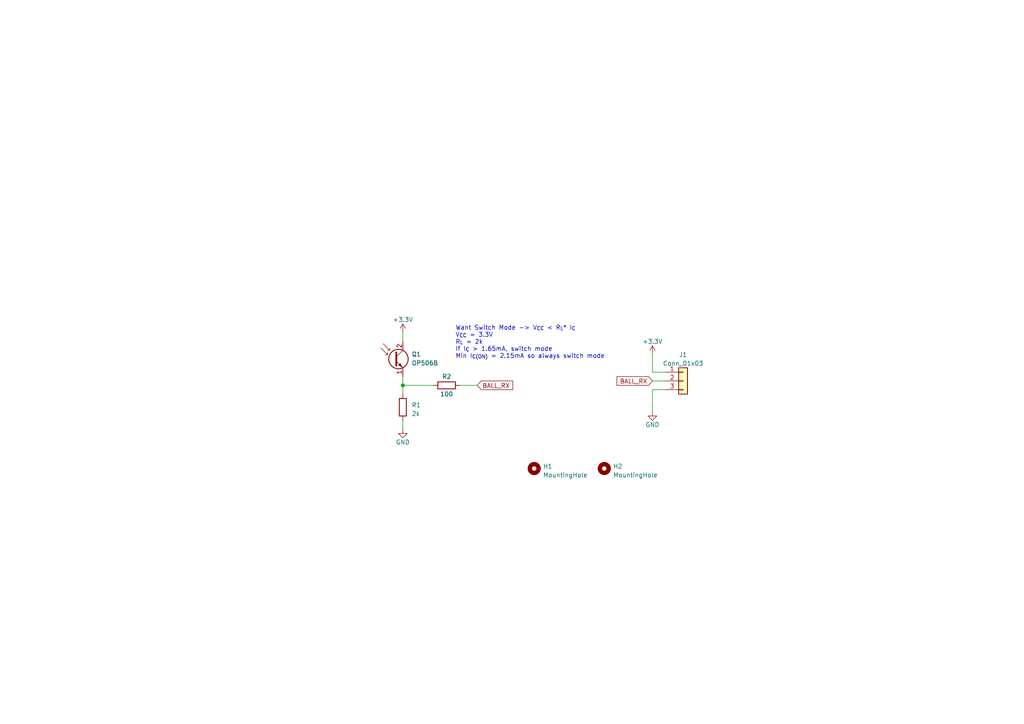
<source format=kicad_sch>
(kicad_sch (version 20230121) (generator eeschema)
  (paper "A4")
  (lib_symbols
    (symbol "Connector_Generic:Conn_01x03" (pin_names (offset 1.016) hide)
      (property "Reference" "J" (at 0 5.08 0))
      (property "Value" "Conn_01x03" (at 0 -5.08 0))
      (symbol "Conn_01x03_1_1"
        (rectangle (start -1.27 -2.413) (end 0 -2.667) (stroke (width 0.1524)))
        (rectangle (start -1.27 0.127) (end 0 -0.127) (stroke (width 0.1524)))
        (rectangle (start -1.27 2.667) (end 0 2.413) (stroke (width 0.1524)))
        (rectangle (start -1.27 3.81) (end 1.27 -3.81) (stroke (width 0.254)) (fill (type background)))
        (pin passive line (at -5.08 2.54 0) (length 3.81) (name "Pin_1") (number "1"))
        (pin passive line (at -5.08 0 0) (length 3.81) (name "Pin_2") (number "2"))
        (pin passive line (at -5.08 -2.54 0) (length 3.81) (name "Pin_3") (number "3"))
      )
    )
    (symbol "Device:Q_Photo_NPN_EC" (pin_names (offset 0) hide)
      (property "Reference" "Q" (at 5.08 1.27 0))
      (property "Value" "Q_Photo_NPN_EC" (at 5.08 -1.27 0))
      (symbol "Q_Photo_NPN_EC_0_1"
        (polyline (pts (xy -1.905 1.27) (xy -2.54 1.27)))
        (polyline (pts (xy -1.27 2.54) (xy -1.905 2.54)))
        (polyline (pts (xy 0.635 0.635) (xy 2.54 2.54)))
        (polyline (pts (xy -3.81 3.175) (xy -1.905 1.27) (xy -1.905 1.905)))
        (polyline (pts (xy -3.175 4.445) (xy -1.27 2.54) (xy -1.27 3.175)))
        (polyline (pts (xy 0.635 -0.635) (xy 2.54 -2.54) (xy 2.54 -2.54)))
        (polyline (pts (xy 0.635 1.905) (xy 0.635 -1.905) (xy 0.635 -1.905)) (stroke (width 0.508)))
        (polyline (pts (xy 1.27 -1.778) (xy 1.778 -1.27) (xy 2.286 -2.286) (xy 1.27 -1.778) (xy 1.27 -1.778)) (fill (type outline)))
        (circle (center 1.27 0) (radius 2.8194) (stroke (width 0.254)))
      )
      (symbol "Q_Photo_NPN_EC_1_1"
        (pin passive line (at 2.54 -5.08 90) (length 2.54) (name "E") (number "1"))
        (pin passive line (at 2.54 5.08 270) (length 2.54) (name "C") (number "2"))
      )
    )
    (symbol "Device:R" (pin_numbers hide) (pin_names (offset 0))
      (property "Reference" "R" (at 2.032 0 90))
      (property "Value" "R" (at 0 0 90))
      (symbol "R_0_1"
        (rectangle (start -1.016 -2.54) (end 1.016 2.54) (stroke (width 0.254)))
      )
      (symbol "R_1_1"
        (pin passive line (at 0 3.81 270) (length 1.27) (name "~") (number "1"))
        (pin passive line (at 0 -3.81 90) (length 1.27) (name "~") (number "2"))
      )
    )
    (symbol "Mechanical:MountingHole" (pin_names (offset 1.016))
      (property "Reference" "H" (at 0 5.08 0))
      (property "Value" "MountingHole" (at 0 3.175 0))
      (symbol "MountingHole_0_1"
        (circle (center 0 0) (radius 1.27) (stroke (width 1.27)))
      )
    )
    (symbol "power:+3.3V" (power) (pin_names (offset 0))
      (property "Value" "+3.3V" (at 0 3.556 0))
      (symbol "+3.3V_0_1"
        (polyline (pts (xy -0.762 1.27) (xy 0 2.54)))
        (polyline (pts (xy 0 0) (xy 0 2.54)))
        (polyline (pts (xy 0 2.54) (xy 0.762 1.27)))
      )
      (symbol "+3.3V_1_1"
        (pin power_in line (at 0 0 90) (length 0) hide (name "+3.3V") (number "1"))
      )
    )
    (symbol "power:GND" (power) (pin_names (offset 0))
      (property "Value" "GND" (at 0 -3.81 0))
      (symbol "GND_0_1"
        (polyline (pts (xy 0 0) (xy 0 -1.27) (xy 1.27 -1.27) (xy 0 -2.54) (xy -1.27 -1.27) (xy 0 -1.27)))
      )
      (symbol "GND_1_1"
        (pin power_in line (at 0 0 270) (length 0) hide (name "GND") (number "1"))
      )
    )
  )
  (junction (at 116.84 111.76))
  (wire (pts (xy 189.23 113.03) (xy 189.23 119.38)))
  (wire (pts (xy 116.84 111.76) (xy 116.84 114.3)))
  (wire (pts (xy 116.84 121.92) (xy 116.84 124.46)))
  (wire (pts (xy 193.04 113.03) (xy 189.23 113.03)))
  (wire (pts (xy 189.23 107.95) (xy 193.04 107.95)))
  (wire (pts (xy 116.84 96.52) (xy 116.84 99.06)))
  (wire (pts (xy 116.84 109.22) (xy 116.84 111.76)))
  (wire (pts (xy 133.35 111.76) (xy 138.43 111.76)))
  (wire (pts (xy 189.23 110.49) (xy 193.04 110.49)))
  (wire (pts (xy 189.23 102.87) (xy 189.23 107.95)))
  (wire (pts (xy 116.84 111.76) (xy 125.73 111.76)))
  (text "Want Switch Mode -> V_{CC} < R_{L}* I_{C}\nV_{CC} = 3.3V\nR_{L} = 2k\nIf I_{C} > 1.65mA, switch mode\nMin I_{C(ON)} = 2.15mA so always switch mode\n" (at 132.08 104.14 0) (effects (font (size 1.27 1.27)) (justify left bottom)))
  (global_label "BALL_RX" (shape input) (at 189.23 110.49 180) (property "Intersheetrefs" "${INTERSHEET_REFS}" (effects hide)))
  (global_label "BALL_RX" (shape input) (at 138.43 111.76 0) (property "Intersheetrefs" "${INTERSHEET_REFS}" (effects hide)))
  (symbol (lib_id "power:GND") (at 116.84 124.46 0) (unit 1)
    (property "Reference" "#PWR03" (effects hide))
    (property "Value" "GND" (at 116.84 128.27 0))
  )
  (symbol (lib_id "Device:R") (at 116.84 118.11 0) (unit 1)
    (property "Reference" "R1" (at 119.38 117.475 0) (effects (justify left)))
    (property "Value" "2k" (at 119.38 120.015 0) (effects (justify left)))
    (property "Footprint" "Resistor_SMD:R_0603_1608Metric" (effects hide))
  )
  (symbol (lib_id "Mechanical:MountingHole") (at 154.94 135.89 0) (unit 1)
    (property "Reference" "H1" (at 157.48 135.255 0) (effects (justify left)))
    (property "Value" "MountingHole" (at 157.48 137.795 0) (effects (justify left)))
    (property "Footprint" "MountingHole:MountingHole_2.2mm_M2" (effects hide))
  )
  (symbol (lib_id "power:GND") (at 189.23 119.38 0) (unit 1)
    (property "Reference" "#PWR02" (effects hide))
    (property "Value" "GND" (at 189.23 123.19 0))
  )
  (symbol (lib_id "power:+3.3V") (at 116.84 96.52 0) (unit 1)
    (property "Reference" "#PWR04" (effects hide))
    (property "Value" "+3.3V" (at 116.84 92.71 0))
  )
  (symbol (lib_id "Device:Q_Photo_NPN_EC") (at 114.3 104.14 0) (unit 1)
    (property "Reference" "Q1" (at 119.38 102.7557 0) (effects (justify left)))
    (property "Value" "OP506B" (at 119.38 105.2957 0) (effects (justify left)))
    (property "Footprint" "LED_THT:LED_D3.0mm" (effects hide))
  )
  (symbol (lib_id "Mechanical:MountingHole") (at 175.26 135.89 0) (unit 1)
    (property "Reference" "H2" (at 177.8 135.255 0) (effects (justify left)))
    (property "Value" "MountingHole" (at 177.8 137.795 0) (effects (justify left)))
    (property "Footprint" "MountingHole:MountingHole_2.2mm_M2" (effects hide))
  )
  (symbol (lib_id "power:+3.3V") (at 189.23 102.87 0) (unit 1)
    (property "Reference" "#PWR01" (effects hide))
    (property "Value" "+3.3V" (at 189.23 99.06 0))
  )
  (symbol (lib_id "Device:R") (at 129.54 111.76 90) (unit 1)
    (property "Reference" "R2" (at 129.54 109.22 90))
    (property "Value" "100" (at 129.54 114.3 90))
    (property "Footprint" "Resistor_SMD:R_0603_1608Metric" (effects hide))
  )
  (symbol (lib_id "Connector_Generic:Conn_01x03") (at 198.12 110.49 0) (unit 1)
    (property "Reference" "J1" (at 198.12 102.87 0))
    (property "Value" "Conn_01x03" (at 198.12 105.41 0))
    (property "Footprint" "Connector_JST:JST_SH_SM03B-SRSS-TB_1x03-1MP_P1.00mm_Horizontal" (effects hide))
  )
)
</source>
